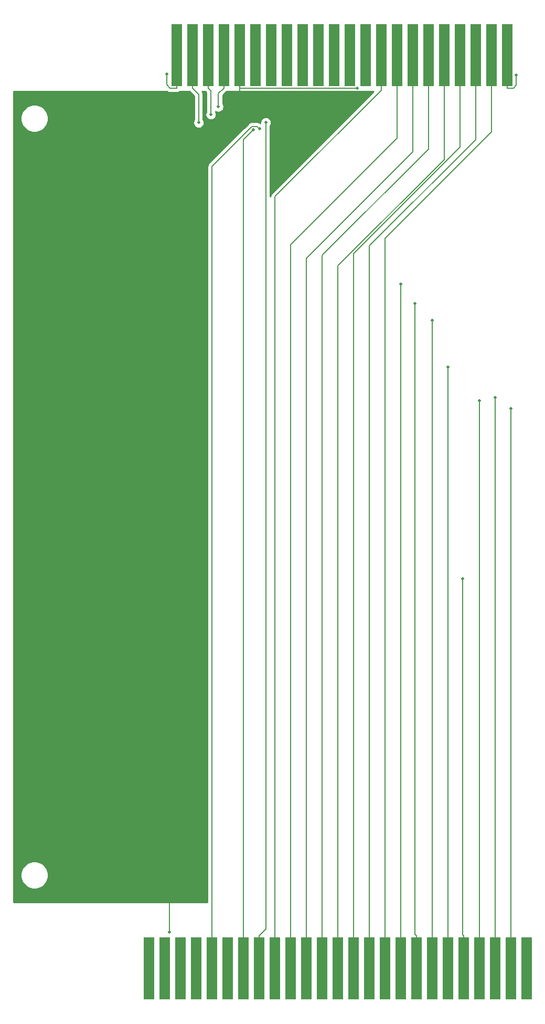
<source format=gtl>
G04 #@! TF.GenerationSoftware,KiCad,Pcbnew,(5.1.9)-1*
G04 #@! TF.CreationDate,2025-11-10T06:51:50+09:00*
G04 #@! TF.ProjectId,MZ-2000_CMU,4d5a2d32-3030-4305-9f43-4d552e6b6963,rev?*
G04 #@! TF.SameCoordinates,PX20a6660PYbcc1c70*
G04 #@! TF.FileFunction,Copper,L1,Top*
G04 #@! TF.FilePolarity,Positive*
%FSLAX46Y46*%
G04 Gerber Fmt 4.6, Leading zero omitted, Abs format (unit mm)*
G04 Created by KiCad (PCBNEW (5.1.9)-1) date 2025-11-10 06:51:50*
%MOMM*%
%LPD*%
G01*
G04 APERTURE LIST*
G04 #@! TA.AperFunction,ConnectorPad*
%ADD10R,1.780000X10.000000*%
G04 #@! TD*
G04 #@! TA.AperFunction,ViaPad*
%ADD11C,0.500000*%
G04 #@! TD*
G04 #@! TA.AperFunction,Conductor*
%ADD12C,0.200000*%
G04 #@! TD*
G04 #@! TA.AperFunction,Conductor*
%ADD13C,0.254000*%
G04 #@! TD*
G04 #@! TA.AperFunction,Conductor*
%ADD14C,0.100000*%
G04 #@! TD*
G04 APERTURE END LIST*
D10*
X26940000Y137196000D03*
X29480000Y137196000D03*
X32020000Y137196000D03*
X34560000Y137196000D03*
X37100000Y137196000D03*
X39640000Y137196000D03*
X42180000Y137196000D03*
X44720000Y137196000D03*
X47260000Y137196000D03*
X49800000Y137196000D03*
X52340000Y137196000D03*
X54880000Y137196000D03*
X57420000Y137196000D03*
X59960000Y137196000D03*
X62500000Y137196000D03*
X65040000Y137196000D03*
X67580000Y137196000D03*
X70120000Y137196000D03*
X72660000Y137196000D03*
X75200000Y137196000D03*
X77740000Y137196000D03*
X80280000Y137196000D03*
X83447500Y-10080000D03*
X80907500Y-10080000D03*
X78367500Y-10080000D03*
X75827500Y-10080000D03*
X73287500Y-10080000D03*
X70747500Y-10080000D03*
X68207500Y-10080000D03*
X65667500Y-10080000D03*
X63127500Y-10080000D03*
X60587500Y-10080000D03*
X58047500Y-10080000D03*
X55507500Y-10080000D03*
X52967500Y-10080000D03*
X50427500Y-10080000D03*
X47887500Y-10080000D03*
X45347500Y-10080000D03*
X42807500Y-10080000D03*
X40267500Y-10080000D03*
X37727500Y-10080000D03*
X35187500Y-10080000D03*
X32647500Y-10080000D03*
X30107500Y-10080000D03*
X27567500Y-10080000D03*
X25027500Y-10080000D03*
X22487500Y-10080000D03*
D11*
X25330000Y134175200D03*
X25807700Y-4228000D03*
X81763400Y133981500D03*
X56092400Y131824600D03*
X30503800Y126321300D03*
X75827500Y81457000D03*
X32465800Y127633400D03*
X78367500Y82014700D03*
X33695100Y128871800D03*
X80907500Y80253000D03*
X73104400Y52815100D03*
X70747500Y86891300D03*
X68207500Y94442000D03*
X65438400Y97157000D03*
X63127500Y100248000D03*
X39341500Y125164600D03*
X41338700Y126345100D03*
X40312200Y125328600D03*
D12*
X26940000Y137196000D02*
X26940000Y131895700D01*
X25330000Y134175200D02*
X25330000Y132464200D01*
X25330000Y132464200D02*
X25898500Y131895700D01*
X25898500Y131895700D02*
X26940000Y131895700D01*
X25807700Y-4228000D02*
X25807700Y118457700D01*
X25807700Y118457700D02*
X37100000Y129750000D01*
X37100000Y129750000D02*
X37100000Y131895700D01*
X37100000Y131895700D02*
X56021300Y131895700D01*
X56021300Y131895700D02*
X56092400Y131824600D01*
X80280000Y131895700D02*
X81321500Y131895700D01*
X81321500Y131895700D02*
X81763400Y132337600D01*
X81763400Y132337600D02*
X81763400Y133981500D01*
X80280000Y137196000D02*
X80280000Y131895700D01*
X37100000Y137196000D02*
X37100000Y131895700D01*
X29480000Y131895700D02*
X30503800Y130871900D01*
X30503800Y130871900D02*
X30503800Y126321300D01*
X75827500Y-10080000D02*
X75827500Y81457000D01*
X29480000Y137196000D02*
X29480000Y131895700D01*
X78367500Y-10080000D02*
X78367500Y82014700D01*
X32020000Y137196000D02*
X32020000Y131895700D01*
X32465800Y127633400D02*
X32465800Y131449900D01*
X32465800Y131449900D02*
X32020000Y131895700D01*
X80907500Y-10080000D02*
X80907500Y80253000D01*
X34560000Y131895700D02*
X33695100Y131030800D01*
X33695100Y131030800D02*
X33695100Y128871800D01*
X34560000Y137196000D02*
X34560000Y131895700D01*
X42807500Y-10080000D02*
X42807500Y114388900D01*
X42807500Y114388900D02*
X59960000Y131541400D01*
X59960000Y131541400D02*
X59960000Y137196000D01*
X62500000Y137196000D02*
X62500000Y123809700D01*
X62500000Y123809700D02*
X45347500Y106657200D01*
X45347500Y106657200D02*
X45347500Y-10080000D01*
X65040000Y137196000D02*
X65040000Y121601700D01*
X65040000Y121601700D02*
X47887500Y104449200D01*
X47887500Y104449200D02*
X47887500Y-10080000D01*
X67580000Y137196000D02*
X67580000Y122070400D01*
X67580000Y122070400D02*
X50427500Y104917900D01*
X50427500Y104917900D02*
X50427500Y-10080000D01*
X52967500Y-10080000D02*
X52967500Y103228100D01*
X52967500Y103228100D02*
X70120000Y120380600D01*
X70120000Y120380600D02*
X70120000Y137196000D01*
X55507500Y-10080000D02*
X55507500Y105201700D01*
X55507500Y105201700D02*
X72660000Y122354200D01*
X72660000Y122354200D02*
X72660000Y137196000D01*
X75200000Y137196000D02*
X75200000Y123575500D01*
X75200000Y123575500D02*
X58047500Y106423000D01*
X58047500Y106423000D02*
X58047500Y-10080000D01*
X60587500Y-10080000D02*
X60587500Y107655700D01*
X60587500Y107655700D02*
X77740000Y124808200D01*
X77740000Y124808200D02*
X77740000Y137196000D01*
X73287500Y-4779700D02*
X73104400Y-4596600D01*
X73104400Y-4596600D02*
X73104400Y52815100D01*
X73287500Y-10080000D02*
X73287500Y-4779700D01*
X70747500Y-10080000D02*
X70747500Y86891300D01*
X68207500Y-10080000D02*
X68207500Y94442000D01*
X65667500Y-4779700D02*
X65438400Y-4550600D01*
X65438400Y-4550600D02*
X65438400Y97157000D01*
X65667500Y-10080000D02*
X65667500Y-4779700D01*
X63127500Y-10080000D02*
X63127500Y100248000D01*
X37727500Y-10080000D02*
X37727500Y123550600D01*
X37727500Y123550600D02*
X39341500Y125164600D01*
X40267500Y-10080000D02*
X40267500Y-4779700D01*
X40267500Y-4779700D02*
X41338700Y-3708500D01*
X41338700Y-3708500D02*
X41338700Y126345100D01*
X40312200Y125328600D02*
X39925900Y125714900D01*
X39925900Y125714900D02*
X39107300Y125714900D01*
X39107300Y125714900D02*
X32647500Y119255100D01*
X32647500Y119255100D02*
X32647500Y-10080000D01*
D13*
X25488180Y131281613D02*
X25615867Y131213363D01*
X25754415Y131171335D01*
X25862395Y131160700D01*
X25862404Y131160700D01*
X25898499Y131157145D01*
X25934594Y131160700D01*
X26903895Y131160700D01*
X26940000Y131157144D01*
X26976105Y131160700D01*
X27084085Y131171335D01*
X27222633Y131213363D01*
X27350320Y131281613D01*
X27461675Y131373000D01*
X28958326Y131373000D01*
X28985807Y131350447D01*
X29768800Y130567453D01*
X29768801Y126814254D01*
X29719523Y126740505D01*
X29652810Y126579445D01*
X29618800Y126408465D01*
X29618800Y126234135D01*
X29652810Y126063155D01*
X29719523Y125902095D01*
X29816376Y125757145D01*
X29939645Y125633876D01*
X30084595Y125537023D01*
X30245655Y125470310D01*
X30416635Y125436300D01*
X30590965Y125436300D01*
X30761945Y125470310D01*
X30923005Y125537023D01*
X31067955Y125633876D01*
X31191224Y125757145D01*
X31288077Y125902095D01*
X31354790Y126063155D01*
X31388800Y126234135D01*
X31388800Y126408465D01*
X31354790Y126579445D01*
X31288077Y126740505D01*
X31238800Y126814253D01*
X31238800Y130835795D01*
X31242356Y130871900D01*
X31228165Y131015985D01*
X31212719Y131066904D01*
X31186137Y131154533D01*
X31117887Y131282220D01*
X31061894Y131350447D01*
X31049053Y131366094D01*
X31049050Y131366097D01*
X31043385Y131373000D01*
X31498326Y131373000D01*
X31525807Y131350447D01*
X31730801Y131145453D01*
X31730800Y128126353D01*
X31681523Y128052605D01*
X31614810Y127891545D01*
X31580800Y127720565D01*
X31580800Y127546235D01*
X31614810Y127375255D01*
X31681523Y127214195D01*
X31778376Y127069245D01*
X31901645Y126945976D01*
X32046595Y126849123D01*
X32207655Y126782410D01*
X32378635Y126748400D01*
X32552965Y126748400D01*
X32723945Y126782410D01*
X32885005Y126849123D01*
X33029955Y126945976D01*
X33153224Y127069245D01*
X33250077Y127214195D01*
X33316790Y127375255D01*
X33350800Y127546235D01*
X33350800Y127720565D01*
X33316790Y127891545D01*
X33250077Y128052605D01*
X33200800Y128126353D01*
X33200800Y128137700D01*
X33275895Y128087523D01*
X33436955Y128020810D01*
X33607935Y127986800D01*
X33782265Y127986800D01*
X33953245Y128020810D01*
X34114305Y128087523D01*
X34259255Y128184376D01*
X34382524Y128307645D01*
X34479377Y128452595D01*
X34546090Y128613655D01*
X34580100Y128784635D01*
X34580100Y128958965D01*
X34546090Y129129945D01*
X34479377Y129291005D01*
X34430100Y129364753D01*
X34430100Y130726354D01*
X35054194Y131350447D01*
X35081675Y131373000D01*
X58752153Y131373000D01*
X42313308Y114934154D01*
X42285263Y114911138D01*
X42193414Y114799220D01*
X42125164Y114671533D01*
X42083135Y114532985D01*
X42073700Y114437189D01*
X42073700Y125852147D01*
X42122977Y125925895D01*
X42189690Y126086955D01*
X42223700Y126257935D01*
X42223700Y126432265D01*
X42189690Y126603245D01*
X42122977Y126764305D01*
X42026124Y126909255D01*
X41902855Y127032524D01*
X41757905Y127129377D01*
X41596845Y127196090D01*
X41425865Y127230100D01*
X41251535Y127230100D01*
X41080555Y127196090D01*
X40919495Y127129377D01*
X40774545Y127032524D01*
X40651276Y126909255D01*
X40554423Y126764305D01*
X40487710Y126603245D01*
X40453700Y126432265D01*
X40453700Y126257935D01*
X40460940Y126221539D01*
X40448138Y126237138D01*
X40336220Y126328987D01*
X40208533Y126397237D01*
X40069985Y126439265D01*
X39962005Y126449900D01*
X39925900Y126453456D01*
X39889795Y126449900D01*
X39143405Y126449900D01*
X39107300Y126453456D01*
X39071195Y126449900D01*
X38963215Y126439265D01*
X38824667Y126397237D01*
X38696980Y126328987D01*
X38585062Y126237138D01*
X38562046Y126209093D01*
X32153308Y119800354D01*
X32125262Y119777337D01*
X32033413Y119665419D01*
X31965163Y119537732D01*
X31935884Y119441213D01*
X31923135Y119399185D01*
X31908944Y119255100D01*
X31912500Y119218995D01*
X31912501Y627000D01*
X20344686Y627000D01*
X20267383Y650450D01*
X20170419Y660000D01*
X20138000Y663193D01*
X20105581Y660000D01*
X660000Y660000D01*
X660000Y5220128D01*
X1765000Y5220128D01*
X1765000Y4779872D01*
X1850890Y4348075D01*
X2019369Y3941331D01*
X2263962Y3575271D01*
X2575271Y3263962D01*
X2941331Y3019369D01*
X3348075Y2850890D01*
X3779872Y2765000D01*
X4220128Y2765000D01*
X4651925Y2850890D01*
X5058669Y3019369D01*
X5424729Y3263962D01*
X5736038Y3575271D01*
X5980631Y3941331D01*
X6149110Y4348075D01*
X6235000Y4779872D01*
X6235000Y5220128D01*
X6149110Y5651925D01*
X5980631Y6058669D01*
X5736038Y6424729D01*
X5424729Y6736038D01*
X5058669Y6980631D01*
X4651925Y7149110D01*
X4220128Y7235000D01*
X3779872Y7235000D01*
X3348075Y7149110D01*
X2941331Y6980631D01*
X2575271Y6736038D01*
X2263962Y6424729D01*
X2019369Y6058669D01*
X1850890Y5651925D01*
X1765000Y5220128D01*
X660000Y5220128D01*
X660000Y127220128D01*
X1765000Y127220128D01*
X1765000Y126779872D01*
X1850890Y126348075D01*
X2019369Y125941331D01*
X2263962Y125575271D01*
X2575271Y125263962D01*
X2941331Y125019369D01*
X3348075Y124850890D01*
X3779872Y124765000D01*
X4220128Y124765000D01*
X4651925Y124850890D01*
X5058669Y125019369D01*
X5424729Y125263962D01*
X5736038Y125575271D01*
X5980631Y125941331D01*
X6149110Y126348075D01*
X6235000Y126779872D01*
X6235000Y127220128D01*
X6149110Y127651925D01*
X5980631Y128058669D01*
X5736038Y128424729D01*
X5424729Y128736038D01*
X5058669Y128980631D01*
X4651925Y129149110D01*
X4220128Y129235000D01*
X3779872Y129235000D01*
X3348075Y129149110D01*
X2941331Y128980631D01*
X2575271Y128736038D01*
X2263962Y128424729D01*
X2019369Y128058669D01*
X1850890Y127651925D01*
X1765000Y127220128D01*
X660000Y127220128D01*
X660000Y131373000D01*
X25376825Y131373000D01*
X25488180Y131281613D01*
G04 #@! TA.AperFunction,Conductor*
D14*
G36*
X25488180Y131281613D02*
G01*
X25615867Y131213363D01*
X25754415Y131171335D01*
X25862395Y131160700D01*
X25862404Y131160700D01*
X25898499Y131157145D01*
X25934594Y131160700D01*
X26903895Y131160700D01*
X26940000Y131157144D01*
X26976105Y131160700D01*
X27084085Y131171335D01*
X27222633Y131213363D01*
X27350320Y131281613D01*
X27461675Y131373000D01*
X28958326Y131373000D01*
X28985807Y131350447D01*
X29768800Y130567453D01*
X29768801Y126814254D01*
X29719523Y126740505D01*
X29652810Y126579445D01*
X29618800Y126408465D01*
X29618800Y126234135D01*
X29652810Y126063155D01*
X29719523Y125902095D01*
X29816376Y125757145D01*
X29939645Y125633876D01*
X30084595Y125537023D01*
X30245655Y125470310D01*
X30416635Y125436300D01*
X30590965Y125436300D01*
X30761945Y125470310D01*
X30923005Y125537023D01*
X31067955Y125633876D01*
X31191224Y125757145D01*
X31288077Y125902095D01*
X31354790Y126063155D01*
X31388800Y126234135D01*
X31388800Y126408465D01*
X31354790Y126579445D01*
X31288077Y126740505D01*
X31238800Y126814253D01*
X31238800Y130835795D01*
X31242356Y130871900D01*
X31228165Y131015985D01*
X31212719Y131066904D01*
X31186137Y131154533D01*
X31117887Y131282220D01*
X31061894Y131350447D01*
X31049053Y131366094D01*
X31049050Y131366097D01*
X31043385Y131373000D01*
X31498326Y131373000D01*
X31525807Y131350447D01*
X31730801Y131145453D01*
X31730800Y128126353D01*
X31681523Y128052605D01*
X31614810Y127891545D01*
X31580800Y127720565D01*
X31580800Y127546235D01*
X31614810Y127375255D01*
X31681523Y127214195D01*
X31778376Y127069245D01*
X31901645Y126945976D01*
X32046595Y126849123D01*
X32207655Y126782410D01*
X32378635Y126748400D01*
X32552965Y126748400D01*
X32723945Y126782410D01*
X32885005Y126849123D01*
X33029955Y126945976D01*
X33153224Y127069245D01*
X33250077Y127214195D01*
X33316790Y127375255D01*
X33350800Y127546235D01*
X33350800Y127720565D01*
X33316790Y127891545D01*
X33250077Y128052605D01*
X33200800Y128126353D01*
X33200800Y128137700D01*
X33275895Y128087523D01*
X33436955Y128020810D01*
X33607935Y127986800D01*
X33782265Y127986800D01*
X33953245Y128020810D01*
X34114305Y128087523D01*
X34259255Y128184376D01*
X34382524Y128307645D01*
X34479377Y128452595D01*
X34546090Y128613655D01*
X34580100Y128784635D01*
X34580100Y128958965D01*
X34546090Y129129945D01*
X34479377Y129291005D01*
X34430100Y129364753D01*
X34430100Y130726354D01*
X35054194Y131350447D01*
X35081675Y131373000D01*
X58752153Y131373000D01*
X42313308Y114934154D01*
X42285263Y114911138D01*
X42193414Y114799220D01*
X42125164Y114671533D01*
X42083135Y114532985D01*
X42073700Y114437189D01*
X42073700Y125852147D01*
X42122977Y125925895D01*
X42189690Y126086955D01*
X42223700Y126257935D01*
X42223700Y126432265D01*
X42189690Y126603245D01*
X42122977Y126764305D01*
X42026124Y126909255D01*
X41902855Y127032524D01*
X41757905Y127129377D01*
X41596845Y127196090D01*
X41425865Y127230100D01*
X41251535Y127230100D01*
X41080555Y127196090D01*
X40919495Y127129377D01*
X40774545Y127032524D01*
X40651276Y126909255D01*
X40554423Y126764305D01*
X40487710Y126603245D01*
X40453700Y126432265D01*
X40453700Y126257935D01*
X40460940Y126221539D01*
X40448138Y126237138D01*
X40336220Y126328987D01*
X40208533Y126397237D01*
X40069985Y126439265D01*
X39962005Y126449900D01*
X39925900Y126453456D01*
X39889795Y126449900D01*
X39143405Y126449900D01*
X39107300Y126453456D01*
X39071195Y126449900D01*
X38963215Y126439265D01*
X38824667Y126397237D01*
X38696980Y126328987D01*
X38585062Y126237138D01*
X38562046Y126209093D01*
X32153308Y119800354D01*
X32125262Y119777337D01*
X32033413Y119665419D01*
X31965163Y119537732D01*
X31935884Y119441213D01*
X31923135Y119399185D01*
X31908944Y119255100D01*
X31912500Y119218995D01*
X31912501Y627000D01*
X20344686Y627000D01*
X20267383Y650450D01*
X20170419Y660000D01*
X20138000Y663193D01*
X20105581Y660000D01*
X660000Y660000D01*
X660000Y5220128D01*
X1765000Y5220128D01*
X1765000Y4779872D01*
X1850890Y4348075D01*
X2019369Y3941331D01*
X2263962Y3575271D01*
X2575271Y3263962D01*
X2941331Y3019369D01*
X3348075Y2850890D01*
X3779872Y2765000D01*
X4220128Y2765000D01*
X4651925Y2850890D01*
X5058669Y3019369D01*
X5424729Y3263962D01*
X5736038Y3575271D01*
X5980631Y3941331D01*
X6149110Y4348075D01*
X6235000Y4779872D01*
X6235000Y5220128D01*
X6149110Y5651925D01*
X5980631Y6058669D01*
X5736038Y6424729D01*
X5424729Y6736038D01*
X5058669Y6980631D01*
X4651925Y7149110D01*
X4220128Y7235000D01*
X3779872Y7235000D01*
X3348075Y7149110D01*
X2941331Y6980631D01*
X2575271Y6736038D01*
X2263962Y6424729D01*
X2019369Y6058669D01*
X1850890Y5651925D01*
X1765000Y5220128D01*
X660000Y5220128D01*
X660000Y127220128D01*
X1765000Y127220128D01*
X1765000Y126779872D01*
X1850890Y126348075D01*
X2019369Y125941331D01*
X2263962Y125575271D01*
X2575271Y125263962D01*
X2941331Y125019369D01*
X3348075Y124850890D01*
X3779872Y124765000D01*
X4220128Y124765000D01*
X4651925Y124850890D01*
X5058669Y125019369D01*
X5424729Y125263962D01*
X5736038Y125575271D01*
X5980631Y125941331D01*
X6149110Y126348075D01*
X6235000Y126779872D01*
X6235000Y127220128D01*
X6149110Y127651925D01*
X5980631Y128058669D01*
X5736038Y128424729D01*
X5424729Y128736038D01*
X5058669Y128980631D01*
X4651925Y129149110D01*
X4220128Y129235000D01*
X3779872Y129235000D01*
X3348075Y129149110D01*
X2941331Y128980631D01*
X2575271Y128736038D01*
X2263962Y128424729D01*
X2019369Y128058669D01*
X1850890Y127651925D01*
X1765000Y127220128D01*
X660000Y127220128D01*
X660000Y131373000D01*
X25376825Y131373000D01*
X25488180Y131281613D01*
G37*
G04 #@! TD.AperFunction*
M02*

</source>
